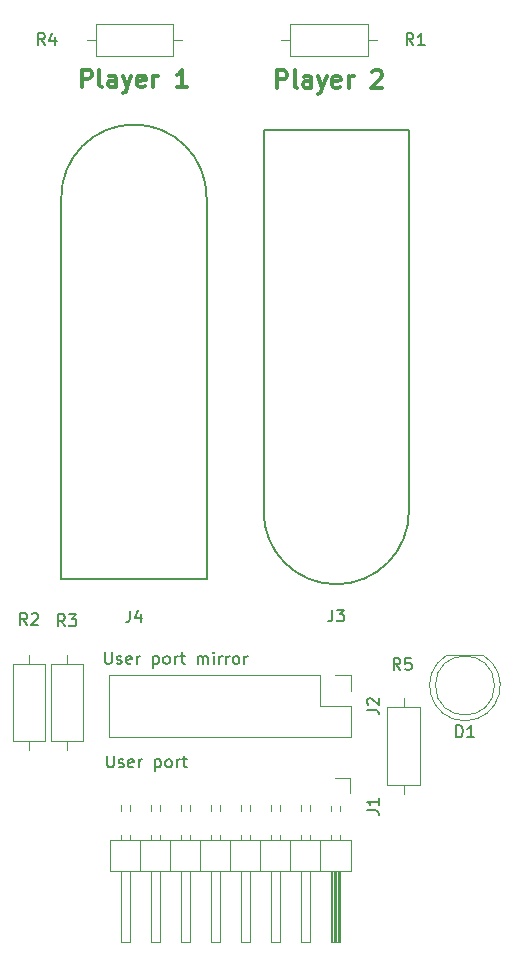
<source format=gbr>
%TF.GenerationSoftware,KiCad,Pcbnew,6.0.7-f9a2dced07~116~ubuntu20.04.1*%
%TF.CreationDate,2022-10-16T19:02:03+08:00*%
%TF.ProjectId,Zeal-SNES-Adapter,5a65616c-2d53-44e4-9553-2d4164617074,rev?*%
%TF.SameCoordinates,Original*%
%TF.FileFunction,Legend,Top*%
%TF.FilePolarity,Positive*%
%FSLAX46Y46*%
G04 Gerber Fmt 4.6, Leading zero omitted, Abs format (unit mm)*
G04 Created by KiCad (PCBNEW 6.0.7-f9a2dced07~116~ubuntu20.04.1) date 2022-10-16 19:02:03*
%MOMM*%
%LPD*%
G01*
G04 APERTURE LIST*
%ADD10C,0.300000*%
%ADD11C,0.150000*%
%ADD12C,0.120000*%
G04 APERTURE END LIST*
D10*
X45071428Y-20178571D02*
X45071428Y-18678571D01*
X45642857Y-18678571D01*
X45785714Y-18750000D01*
X45857142Y-18821428D01*
X45928571Y-18964285D01*
X45928571Y-19178571D01*
X45857142Y-19321428D01*
X45785714Y-19392857D01*
X45642857Y-19464285D01*
X45071428Y-19464285D01*
X46785714Y-20178571D02*
X46642857Y-20107142D01*
X46571428Y-19964285D01*
X46571428Y-18678571D01*
X48000000Y-20178571D02*
X48000000Y-19392857D01*
X47928571Y-19250000D01*
X47785714Y-19178571D01*
X47500000Y-19178571D01*
X47357142Y-19250000D01*
X48000000Y-20107142D02*
X47857142Y-20178571D01*
X47500000Y-20178571D01*
X47357142Y-20107142D01*
X47285714Y-19964285D01*
X47285714Y-19821428D01*
X47357142Y-19678571D01*
X47500000Y-19607142D01*
X47857142Y-19607142D01*
X48000000Y-19535714D01*
X48571428Y-19178571D02*
X48928571Y-20178571D01*
X49285714Y-19178571D02*
X48928571Y-20178571D01*
X48785714Y-20535714D01*
X48714285Y-20607142D01*
X48571428Y-20678571D01*
X50428571Y-20107142D02*
X50285714Y-20178571D01*
X50000000Y-20178571D01*
X49857142Y-20107142D01*
X49785714Y-19964285D01*
X49785714Y-19392857D01*
X49857142Y-19250000D01*
X50000000Y-19178571D01*
X50285714Y-19178571D01*
X50428571Y-19250000D01*
X50500000Y-19392857D01*
X50500000Y-19535714D01*
X49785714Y-19678571D01*
X51142857Y-20178571D02*
X51142857Y-19178571D01*
X51142857Y-19464285D02*
X51214285Y-19321428D01*
X51285714Y-19250000D01*
X51428571Y-19178571D01*
X51571428Y-19178571D01*
X53142857Y-18821428D02*
X53214285Y-18750000D01*
X53357142Y-18678571D01*
X53714285Y-18678571D01*
X53857142Y-18750000D01*
X53928571Y-18821428D01*
X54000000Y-18964285D01*
X54000000Y-19107142D01*
X53928571Y-19321428D01*
X53071428Y-20178571D01*
X54000000Y-20178571D01*
X28546428Y-20128571D02*
X28546428Y-18628571D01*
X29117857Y-18628571D01*
X29260714Y-18700000D01*
X29332142Y-18771428D01*
X29403571Y-18914285D01*
X29403571Y-19128571D01*
X29332142Y-19271428D01*
X29260714Y-19342857D01*
X29117857Y-19414285D01*
X28546428Y-19414285D01*
X30260714Y-20128571D02*
X30117857Y-20057142D01*
X30046428Y-19914285D01*
X30046428Y-18628571D01*
X31475000Y-20128571D02*
X31475000Y-19342857D01*
X31403571Y-19200000D01*
X31260714Y-19128571D01*
X30975000Y-19128571D01*
X30832142Y-19200000D01*
X31475000Y-20057142D02*
X31332142Y-20128571D01*
X30975000Y-20128571D01*
X30832142Y-20057142D01*
X30760714Y-19914285D01*
X30760714Y-19771428D01*
X30832142Y-19628571D01*
X30975000Y-19557142D01*
X31332142Y-19557142D01*
X31475000Y-19485714D01*
X32046428Y-19128571D02*
X32403571Y-20128571D01*
X32760714Y-19128571D02*
X32403571Y-20128571D01*
X32260714Y-20485714D01*
X32189285Y-20557142D01*
X32046428Y-20628571D01*
X33903571Y-20057142D02*
X33760714Y-20128571D01*
X33475000Y-20128571D01*
X33332142Y-20057142D01*
X33260714Y-19914285D01*
X33260714Y-19342857D01*
X33332142Y-19200000D01*
X33475000Y-19128571D01*
X33760714Y-19128571D01*
X33903571Y-19200000D01*
X33975000Y-19342857D01*
X33975000Y-19485714D01*
X33260714Y-19628571D01*
X34617857Y-20128571D02*
X34617857Y-19128571D01*
X34617857Y-19414285D02*
X34689285Y-19271428D01*
X34760714Y-19200000D01*
X34903571Y-19128571D01*
X35046428Y-19128571D01*
X37475000Y-20128571D02*
X36617857Y-20128571D01*
X37046428Y-20128571D02*
X37046428Y-18628571D01*
X36903571Y-18842857D01*
X36760714Y-18985714D01*
X36617857Y-19057142D01*
D11*
%TO.C,R3*%
X27133333Y-65752380D02*
X26800000Y-65276190D01*
X26561904Y-65752380D02*
X26561904Y-64752380D01*
X26942857Y-64752380D01*
X27038095Y-64800000D01*
X27085714Y-64847619D01*
X27133333Y-64942857D01*
X27133333Y-65085714D01*
X27085714Y-65180952D01*
X27038095Y-65228571D01*
X26942857Y-65276190D01*
X26561904Y-65276190D01*
X27466666Y-64752380D02*
X28085714Y-64752380D01*
X27752380Y-65133333D01*
X27895238Y-65133333D01*
X27990476Y-65180952D01*
X28038095Y-65228571D01*
X28085714Y-65323809D01*
X28085714Y-65561904D01*
X28038095Y-65657142D01*
X27990476Y-65704761D01*
X27895238Y-65752380D01*
X27609523Y-65752380D01*
X27514285Y-65704761D01*
X27466666Y-65657142D01*
%TO.C,J3*%
X49766666Y-64352380D02*
X49766666Y-65066666D01*
X49719047Y-65209523D01*
X49623809Y-65304761D01*
X49480952Y-65352380D01*
X49385714Y-65352380D01*
X50147619Y-64352380D02*
X50766666Y-64352380D01*
X50433333Y-64733333D01*
X50576190Y-64733333D01*
X50671428Y-64780952D01*
X50719047Y-64828571D01*
X50766666Y-64923809D01*
X50766666Y-65161904D01*
X50719047Y-65257142D01*
X50671428Y-65304761D01*
X50576190Y-65352380D01*
X50290476Y-65352380D01*
X50195238Y-65304761D01*
X50147619Y-65257142D01*
%TO.C,R2*%
X23933333Y-65652380D02*
X23600000Y-65176190D01*
X23361904Y-65652380D02*
X23361904Y-64652380D01*
X23742857Y-64652380D01*
X23838095Y-64700000D01*
X23885714Y-64747619D01*
X23933333Y-64842857D01*
X23933333Y-64985714D01*
X23885714Y-65080952D01*
X23838095Y-65128571D01*
X23742857Y-65176190D01*
X23361904Y-65176190D01*
X24314285Y-64747619D02*
X24361904Y-64700000D01*
X24457142Y-64652380D01*
X24695238Y-64652380D01*
X24790476Y-64700000D01*
X24838095Y-64747619D01*
X24885714Y-64842857D01*
X24885714Y-64938095D01*
X24838095Y-65080952D01*
X24266666Y-65652380D01*
X24885714Y-65652380D01*
%TO.C,D1*%
X60261904Y-75152380D02*
X60261904Y-74152380D01*
X60500000Y-74152380D01*
X60642857Y-74200000D01*
X60738095Y-74295238D01*
X60785714Y-74390476D01*
X60833333Y-74580952D01*
X60833333Y-74723809D01*
X60785714Y-74914285D01*
X60738095Y-75009523D01*
X60642857Y-75104761D01*
X60500000Y-75152380D01*
X60261904Y-75152380D01*
X61785714Y-75152380D02*
X61214285Y-75152380D01*
X61500000Y-75152380D02*
X61500000Y-74152380D01*
X61404761Y-74295238D01*
X61309523Y-74390476D01*
X61214285Y-74438095D01*
%TO.C,J1*%
X52702380Y-81333333D02*
X53416666Y-81333333D01*
X53559523Y-81380952D01*
X53654761Y-81476190D01*
X53702380Y-81619047D01*
X53702380Y-81714285D01*
X53702380Y-80333333D02*
X53702380Y-80904761D01*
X53702380Y-80619047D02*
X52702380Y-80619047D01*
X52845238Y-80714285D01*
X52940476Y-80809523D01*
X52988095Y-80904761D01*
X30690476Y-76702380D02*
X30690476Y-77511904D01*
X30738095Y-77607142D01*
X30785714Y-77654761D01*
X30880952Y-77702380D01*
X31071428Y-77702380D01*
X31166666Y-77654761D01*
X31214285Y-77607142D01*
X31261904Y-77511904D01*
X31261904Y-76702380D01*
X31690476Y-77654761D02*
X31785714Y-77702380D01*
X31976190Y-77702380D01*
X32071428Y-77654761D01*
X32119047Y-77559523D01*
X32119047Y-77511904D01*
X32071428Y-77416666D01*
X31976190Y-77369047D01*
X31833333Y-77369047D01*
X31738095Y-77321428D01*
X31690476Y-77226190D01*
X31690476Y-77178571D01*
X31738095Y-77083333D01*
X31833333Y-77035714D01*
X31976190Y-77035714D01*
X32071428Y-77083333D01*
X32928571Y-77654761D02*
X32833333Y-77702380D01*
X32642857Y-77702380D01*
X32547619Y-77654761D01*
X32500000Y-77559523D01*
X32500000Y-77178571D01*
X32547619Y-77083333D01*
X32642857Y-77035714D01*
X32833333Y-77035714D01*
X32928571Y-77083333D01*
X32976190Y-77178571D01*
X32976190Y-77273809D01*
X32500000Y-77369047D01*
X33404761Y-77702380D02*
X33404761Y-77035714D01*
X33404761Y-77226190D02*
X33452380Y-77130952D01*
X33500000Y-77083333D01*
X33595238Y-77035714D01*
X33690476Y-77035714D01*
X34785714Y-77035714D02*
X34785714Y-78035714D01*
X34785714Y-77083333D02*
X34880952Y-77035714D01*
X35071428Y-77035714D01*
X35166666Y-77083333D01*
X35214285Y-77130952D01*
X35261904Y-77226190D01*
X35261904Y-77511904D01*
X35214285Y-77607142D01*
X35166666Y-77654761D01*
X35071428Y-77702380D01*
X34880952Y-77702380D01*
X34785714Y-77654761D01*
X35833333Y-77702380D02*
X35738095Y-77654761D01*
X35690476Y-77607142D01*
X35642857Y-77511904D01*
X35642857Y-77226190D01*
X35690476Y-77130952D01*
X35738095Y-77083333D01*
X35833333Y-77035714D01*
X35976190Y-77035714D01*
X36071428Y-77083333D01*
X36119047Y-77130952D01*
X36166666Y-77226190D01*
X36166666Y-77511904D01*
X36119047Y-77607142D01*
X36071428Y-77654761D01*
X35976190Y-77702380D01*
X35833333Y-77702380D01*
X36595238Y-77702380D02*
X36595238Y-77035714D01*
X36595238Y-77226190D02*
X36642857Y-77130952D01*
X36690476Y-77083333D01*
X36785714Y-77035714D01*
X36880952Y-77035714D01*
X37071428Y-77035714D02*
X37452380Y-77035714D01*
X37214285Y-76702380D02*
X37214285Y-77559523D01*
X37261904Y-77654761D01*
X37357142Y-77702380D01*
X37452380Y-77702380D01*
%TO.C,R5*%
X55533333Y-69452380D02*
X55200000Y-68976190D01*
X54961904Y-69452380D02*
X54961904Y-68452380D01*
X55342857Y-68452380D01*
X55438095Y-68500000D01*
X55485714Y-68547619D01*
X55533333Y-68642857D01*
X55533333Y-68785714D01*
X55485714Y-68880952D01*
X55438095Y-68928571D01*
X55342857Y-68976190D01*
X54961904Y-68976190D01*
X56438095Y-68452380D02*
X55961904Y-68452380D01*
X55914285Y-68928571D01*
X55961904Y-68880952D01*
X56057142Y-68833333D01*
X56295238Y-68833333D01*
X56390476Y-68880952D01*
X56438095Y-68928571D01*
X56485714Y-69023809D01*
X56485714Y-69261904D01*
X56438095Y-69357142D01*
X56390476Y-69404761D01*
X56295238Y-69452380D01*
X56057142Y-69452380D01*
X55961904Y-69404761D01*
X55914285Y-69357142D01*
%TO.C,R4*%
X25433333Y-16552380D02*
X25100000Y-16076190D01*
X24861904Y-16552380D02*
X24861904Y-15552380D01*
X25242857Y-15552380D01*
X25338095Y-15600000D01*
X25385714Y-15647619D01*
X25433333Y-15742857D01*
X25433333Y-15885714D01*
X25385714Y-15980952D01*
X25338095Y-16028571D01*
X25242857Y-16076190D01*
X24861904Y-16076190D01*
X26290476Y-15885714D02*
X26290476Y-16552380D01*
X26052380Y-15504761D02*
X25814285Y-16219047D01*
X26433333Y-16219047D01*
%TO.C,J2*%
X52702380Y-72833333D02*
X53416666Y-72833333D01*
X53559523Y-72880952D01*
X53654761Y-72976190D01*
X53702380Y-73119047D01*
X53702380Y-73214285D01*
X52797619Y-72404761D02*
X52750000Y-72357142D01*
X52702380Y-72261904D01*
X52702380Y-72023809D01*
X52750000Y-71928571D01*
X52797619Y-71880952D01*
X52892857Y-71833333D01*
X52988095Y-71833333D01*
X53130952Y-71880952D01*
X53702380Y-72452380D01*
X53702380Y-71833333D01*
X30523809Y-67952380D02*
X30523809Y-68761904D01*
X30571428Y-68857142D01*
X30619047Y-68904761D01*
X30714285Y-68952380D01*
X30904761Y-68952380D01*
X31000000Y-68904761D01*
X31047619Y-68857142D01*
X31095238Y-68761904D01*
X31095238Y-67952380D01*
X31523809Y-68904761D02*
X31619047Y-68952380D01*
X31809523Y-68952380D01*
X31904761Y-68904761D01*
X31952380Y-68809523D01*
X31952380Y-68761904D01*
X31904761Y-68666666D01*
X31809523Y-68619047D01*
X31666666Y-68619047D01*
X31571428Y-68571428D01*
X31523809Y-68476190D01*
X31523809Y-68428571D01*
X31571428Y-68333333D01*
X31666666Y-68285714D01*
X31809523Y-68285714D01*
X31904761Y-68333333D01*
X32761904Y-68904761D02*
X32666666Y-68952380D01*
X32476190Y-68952380D01*
X32380952Y-68904761D01*
X32333333Y-68809523D01*
X32333333Y-68428571D01*
X32380952Y-68333333D01*
X32476190Y-68285714D01*
X32666666Y-68285714D01*
X32761904Y-68333333D01*
X32809523Y-68428571D01*
X32809523Y-68523809D01*
X32333333Y-68619047D01*
X33238095Y-68952380D02*
X33238095Y-68285714D01*
X33238095Y-68476190D02*
X33285714Y-68380952D01*
X33333333Y-68333333D01*
X33428571Y-68285714D01*
X33523809Y-68285714D01*
X34619047Y-68285714D02*
X34619047Y-69285714D01*
X34619047Y-68333333D02*
X34714285Y-68285714D01*
X34904761Y-68285714D01*
X35000000Y-68333333D01*
X35047619Y-68380952D01*
X35095238Y-68476190D01*
X35095238Y-68761904D01*
X35047619Y-68857142D01*
X35000000Y-68904761D01*
X34904761Y-68952380D01*
X34714285Y-68952380D01*
X34619047Y-68904761D01*
X35666666Y-68952380D02*
X35571428Y-68904761D01*
X35523809Y-68857142D01*
X35476190Y-68761904D01*
X35476190Y-68476190D01*
X35523809Y-68380952D01*
X35571428Y-68333333D01*
X35666666Y-68285714D01*
X35809523Y-68285714D01*
X35904761Y-68333333D01*
X35952380Y-68380952D01*
X36000000Y-68476190D01*
X36000000Y-68761904D01*
X35952380Y-68857142D01*
X35904761Y-68904761D01*
X35809523Y-68952380D01*
X35666666Y-68952380D01*
X36428571Y-68952380D02*
X36428571Y-68285714D01*
X36428571Y-68476190D02*
X36476190Y-68380952D01*
X36523809Y-68333333D01*
X36619047Y-68285714D01*
X36714285Y-68285714D01*
X36904761Y-68285714D02*
X37285714Y-68285714D01*
X37047619Y-67952380D02*
X37047619Y-68809523D01*
X37095238Y-68904761D01*
X37190476Y-68952380D01*
X37285714Y-68952380D01*
X38380952Y-68952380D02*
X38380952Y-68285714D01*
X38380952Y-68380952D02*
X38428571Y-68333333D01*
X38523809Y-68285714D01*
X38666666Y-68285714D01*
X38761904Y-68333333D01*
X38809523Y-68428571D01*
X38809523Y-68952380D01*
X38809523Y-68428571D02*
X38857142Y-68333333D01*
X38952380Y-68285714D01*
X39095238Y-68285714D01*
X39190476Y-68333333D01*
X39238095Y-68428571D01*
X39238095Y-68952380D01*
X39714285Y-68952380D02*
X39714285Y-68285714D01*
X39714285Y-67952380D02*
X39666666Y-68000000D01*
X39714285Y-68047619D01*
X39761904Y-68000000D01*
X39714285Y-67952380D01*
X39714285Y-68047619D01*
X40190476Y-68952380D02*
X40190476Y-68285714D01*
X40190476Y-68476190D02*
X40238095Y-68380952D01*
X40285714Y-68333333D01*
X40380952Y-68285714D01*
X40476190Y-68285714D01*
X40809523Y-68952380D02*
X40809523Y-68285714D01*
X40809523Y-68476190D02*
X40857142Y-68380952D01*
X40904761Y-68333333D01*
X41000000Y-68285714D01*
X41095238Y-68285714D01*
X41571428Y-68952380D02*
X41476190Y-68904761D01*
X41428571Y-68857142D01*
X41380952Y-68761904D01*
X41380952Y-68476190D01*
X41428571Y-68380952D01*
X41476190Y-68333333D01*
X41571428Y-68285714D01*
X41714285Y-68285714D01*
X41809523Y-68333333D01*
X41857142Y-68380952D01*
X41904761Y-68476190D01*
X41904761Y-68761904D01*
X41857142Y-68857142D01*
X41809523Y-68904761D01*
X41714285Y-68952380D01*
X41571428Y-68952380D01*
X42333333Y-68952380D02*
X42333333Y-68285714D01*
X42333333Y-68476190D02*
X42380952Y-68380952D01*
X42428571Y-68333333D01*
X42523809Y-68285714D01*
X42619047Y-68285714D01*
%TO.C,J4*%
X32641666Y-64427380D02*
X32641666Y-65141666D01*
X32594047Y-65284523D01*
X32498809Y-65379761D01*
X32355952Y-65427380D01*
X32260714Y-65427380D01*
X33546428Y-64760714D02*
X33546428Y-65427380D01*
X33308333Y-64379761D02*
X33070238Y-65094047D01*
X33689285Y-65094047D01*
%TO.C,R1*%
X56633333Y-16552380D02*
X56300000Y-16076190D01*
X56061904Y-16552380D02*
X56061904Y-15552380D01*
X56442857Y-15552380D01*
X56538095Y-15600000D01*
X56585714Y-15647619D01*
X56633333Y-15742857D01*
X56633333Y-15885714D01*
X56585714Y-15980952D01*
X56538095Y-16028571D01*
X56442857Y-16076190D01*
X56061904Y-16076190D01*
X57585714Y-16552380D02*
X57014285Y-16552380D01*
X57300000Y-16552380D02*
X57300000Y-15552380D01*
X57204761Y-15695238D01*
X57109523Y-15790476D01*
X57014285Y-15838095D01*
D12*
%TO.C,R3*%
X25930000Y-68930000D02*
X25930000Y-75470000D01*
X27300000Y-68160000D02*
X27300000Y-68930000D01*
X27300000Y-76240000D02*
X27300000Y-75470000D01*
X28670000Y-68930000D02*
X25930000Y-68930000D01*
X28670000Y-75470000D02*
X28670000Y-68930000D01*
X25930000Y-75470000D02*
X28670000Y-75470000D01*
D11*
%TO.C,J3*%
X43950000Y-23700000D02*
X56250000Y-23700000D01*
X56250000Y-23700000D02*
X56250000Y-56000000D01*
X43950000Y-23700000D02*
X43950000Y-56000000D01*
X50100000Y-62200203D02*
G75*
G03*
X56250000Y-56000000I0J6150203D01*
G01*
X43950203Y-56000002D02*
G75*
G03*
X50100000Y-62200000I6149797J-49998D01*
G01*
D12*
%TO.C,R2*%
X25470000Y-68930000D02*
X22730000Y-68930000D01*
X24100000Y-68160000D02*
X24100000Y-68930000D01*
X25470000Y-75470000D02*
X25470000Y-68930000D01*
X24100000Y-76240000D02*
X24100000Y-75470000D01*
X22730000Y-68930000D02*
X22730000Y-75470000D01*
X22730000Y-75470000D02*
X25470000Y-75470000D01*
%TO.C,D1*%
X62545000Y-68210000D02*
X59455000Y-68210000D01*
X60999538Y-73760000D02*
G75*
G03*
X62544830Y-68210000I462J2990000D01*
G01*
X59455170Y-68210000D02*
G75*
G03*
X61000462Y-73760000I1544830J-2560000D01*
G01*
X63500000Y-70770000D02*
G75*
G03*
X63500000Y-70770000I-2500000J0D01*
G01*
%TO.C,J1*%
X35180000Y-92515000D02*
X34420000Y-92515000D01*
X42800000Y-86515000D02*
X42800000Y-92515000D01*
X50360000Y-86515000D02*
X50360000Y-92515000D01*
X51370000Y-86515000D02*
X51370000Y-83855000D01*
X44580000Y-92515000D02*
X44580000Y-86515000D01*
X31880000Y-83457929D02*
X31880000Y-83855000D01*
X50120000Y-86515000D02*
X50120000Y-92515000D01*
X35180000Y-83457929D02*
X35180000Y-83855000D01*
X47880000Y-83457929D02*
X47880000Y-83855000D01*
X49880000Y-86515000D02*
X49880000Y-92515000D01*
X36960000Y-92515000D02*
X36960000Y-86515000D01*
X39500000Y-92515000D02*
X39500000Y-86515000D01*
X45340000Y-80917929D02*
X45340000Y-81372071D01*
X45340000Y-83457929D02*
X45340000Y-83855000D01*
X34420000Y-80917929D02*
X34420000Y-81372071D01*
X50420000Y-83457929D02*
X50420000Y-83855000D01*
X49660000Y-83457929D02*
X49660000Y-83855000D01*
X42040000Y-80917929D02*
X42040000Y-81372071D01*
X49760000Y-86515000D02*
X49760000Y-92515000D01*
X42800000Y-92515000D02*
X42040000Y-92515000D01*
X44580000Y-83457929D02*
X44580000Y-83855000D01*
X50420000Y-86515000D02*
X50420000Y-92515000D01*
X40260000Y-83457929D02*
X40260000Y-83855000D01*
X50420000Y-92515000D02*
X49660000Y-92515000D01*
X30930000Y-83855000D02*
X30930000Y-86515000D01*
X42800000Y-83457929D02*
X42800000Y-83855000D01*
X45340000Y-86515000D02*
X45340000Y-92515000D01*
X35180000Y-86515000D02*
X35180000Y-92515000D01*
X32640000Y-80917929D02*
X32640000Y-81372071D01*
X42800000Y-80917929D02*
X42800000Y-81372071D01*
X50040000Y-78605000D02*
X51310000Y-78605000D01*
X32640000Y-83457929D02*
X32640000Y-83855000D01*
X42040000Y-92515000D02*
X42040000Y-86515000D01*
X42040000Y-83457929D02*
X42040000Y-83855000D01*
X32640000Y-86515000D02*
X32640000Y-92515000D01*
X49660000Y-92515000D02*
X49660000Y-86515000D01*
X43690000Y-83855000D02*
X43690000Y-86515000D01*
X31880000Y-80917929D02*
X31880000Y-81372071D01*
X50420000Y-80985000D02*
X50420000Y-81372071D01*
X46230000Y-83855000D02*
X46230000Y-86515000D01*
X35180000Y-80917929D02*
X35180000Y-81372071D01*
X40260000Y-86515000D02*
X40260000Y-92515000D01*
X47120000Y-92515000D02*
X47120000Y-86515000D01*
X40260000Y-92515000D02*
X39500000Y-92515000D01*
X37720000Y-80917929D02*
X37720000Y-81372071D01*
X31880000Y-92515000D02*
X31880000Y-86515000D01*
X34420000Y-83457929D02*
X34420000Y-83855000D01*
X36960000Y-80917929D02*
X36960000Y-81372071D01*
X47120000Y-83457929D02*
X47120000Y-83855000D01*
X47880000Y-86515000D02*
X47880000Y-92515000D01*
X38610000Y-83855000D02*
X38610000Y-86515000D01*
X49660000Y-80985000D02*
X49660000Y-81372071D01*
X41150000Y-83855000D02*
X41150000Y-86515000D01*
X36960000Y-83457929D02*
X36960000Y-83855000D01*
X48770000Y-83855000D02*
X48770000Y-86515000D01*
X50240000Y-86515000D02*
X50240000Y-92515000D01*
X36070000Y-83855000D02*
X36070000Y-86515000D01*
X37720000Y-92515000D02*
X36960000Y-92515000D01*
X37720000Y-86515000D02*
X37720000Y-92515000D01*
X45340000Y-92515000D02*
X44580000Y-92515000D01*
X51370000Y-83855000D02*
X30930000Y-83855000D01*
X30930000Y-86515000D02*
X51370000Y-86515000D01*
X47880000Y-80917929D02*
X47880000Y-81372071D01*
X47880000Y-92515000D02*
X47120000Y-92515000D01*
X39500000Y-80917929D02*
X39500000Y-81372071D01*
X51310000Y-78605000D02*
X51310000Y-79875000D01*
X37720000Y-83457929D02*
X37720000Y-83855000D01*
X50000000Y-86515000D02*
X50000000Y-92515000D01*
X39500000Y-83457929D02*
X39500000Y-83855000D01*
X34420000Y-92515000D02*
X34420000Y-86515000D01*
X47120000Y-80917929D02*
X47120000Y-81372071D01*
X33530000Y-83855000D02*
X33530000Y-86515000D01*
X40260000Y-80917929D02*
X40260000Y-81372071D01*
X32640000Y-92515000D02*
X31880000Y-92515000D01*
X44580000Y-80917929D02*
X44580000Y-81372071D01*
%TO.C,R5*%
X55800000Y-71860000D02*
X55800000Y-72630000D01*
X57170000Y-79170000D02*
X57170000Y-72630000D01*
X57170000Y-72630000D02*
X54430000Y-72630000D01*
X55800000Y-79940000D02*
X55800000Y-79170000D01*
X54430000Y-72630000D02*
X54430000Y-79170000D01*
X54430000Y-79170000D02*
X57170000Y-79170000D01*
%TO.C,R4*%
X36270000Y-17470000D02*
X36270000Y-14730000D01*
X29730000Y-14730000D02*
X29730000Y-17470000D01*
X36270000Y-14730000D02*
X29730000Y-14730000D01*
X28960000Y-16100000D02*
X29730000Y-16100000D01*
X37040000Y-16100000D02*
X36270000Y-16100000D01*
X29730000Y-17470000D02*
X36270000Y-17470000D01*
%TO.C,J2*%
X48730000Y-69920000D02*
X48730000Y-72520000D01*
X48730000Y-72520000D02*
X51330000Y-72520000D01*
X30890000Y-69920000D02*
X30890000Y-75120000D01*
X48730000Y-69920000D02*
X30890000Y-69920000D01*
X50000000Y-69920000D02*
X51330000Y-69920000D01*
X51330000Y-75120000D02*
X30890000Y-75120000D01*
X51330000Y-69920000D02*
X51330000Y-71250000D01*
X51330000Y-72520000D02*
X51330000Y-75120000D01*
D11*
%TO.C,J4*%
X26825000Y-61775000D02*
X26825000Y-29475000D01*
X39125000Y-61775000D02*
X26825000Y-61775000D01*
X39125000Y-61775000D02*
X39125000Y-29475000D01*
X32975000Y-23274797D02*
G75*
G03*
X26825000Y-29475000I0J-6150203D01*
G01*
X39124797Y-29474998D02*
G75*
G03*
X32975000Y-23275000I-6149797J49998D01*
G01*
D12*
%TO.C,R1*%
X46210000Y-17470000D02*
X52750000Y-17470000D01*
X52750000Y-17470000D02*
X52750000Y-14730000D01*
X45440000Y-16100000D02*
X46210000Y-16100000D01*
X46210000Y-14730000D02*
X46210000Y-17470000D01*
X52750000Y-14730000D02*
X46210000Y-14730000D01*
X53520000Y-16100000D02*
X52750000Y-16100000D01*
%TD*%
M02*

</source>
